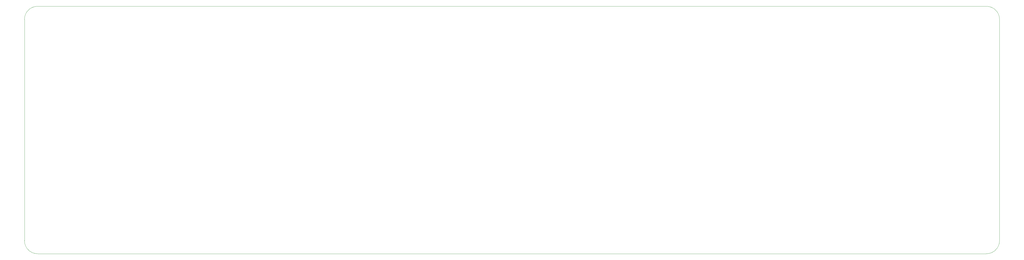
<source format=gm1>
G04 #@! TF.GenerationSoftware,KiCad,Pcbnew,(5.1.4)-1*
G04 #@! TF.CreationDate,2020-10-17T07:59:48-04:00*
G04 #@! TF.ProjectId,southpaw daughter board,736f7574-6870-4617-9720-646175676874,rev?*
G04 #@! TF.SameCoordinates,Original*
G04 #@! TF.FileFunction,Profile,NP*
%FSLAX46Y46*%
G04 Gerber Fmt 4.6, Leading zero omitted, Abs format (unit mm)*
G04 Created by KiCad (PCBNEW (5.1.4)-1) date 2020-10-17 07:59:48*
%MOMM*%
%LPD*%
G04 APERTURE LIST*
%ADD10C,0.050000*%
G04 APERTURE END LIST*
D10*
X-28300000Y-2600999D02*
G75*
G02X-33300999Y2400000I0J5000999D01*
G01*
X-33300000Y86600000D02*
X-33300999Y2400000D01*
X331600000Y91600000D02*
G75*
G02X336600000Y86600000I0J-5000000D01*
G01*
X336600000Y2400000D02*
G75*
G02X331600000Y-2600000I-5000000J0D01*
G01*
X336600000Y86600000D02*
X336600000Y2400000D01*
X-33300000Y86600000D02*
G75*
G02X-28300000Y91600000I5000000J0D01*
G01*
X-28300000Y91600000D02*
X331600000Y91600000D01*
X-28300000Y-2600999D02*
X331600000Y-2600000D01*
M02*

</source>
